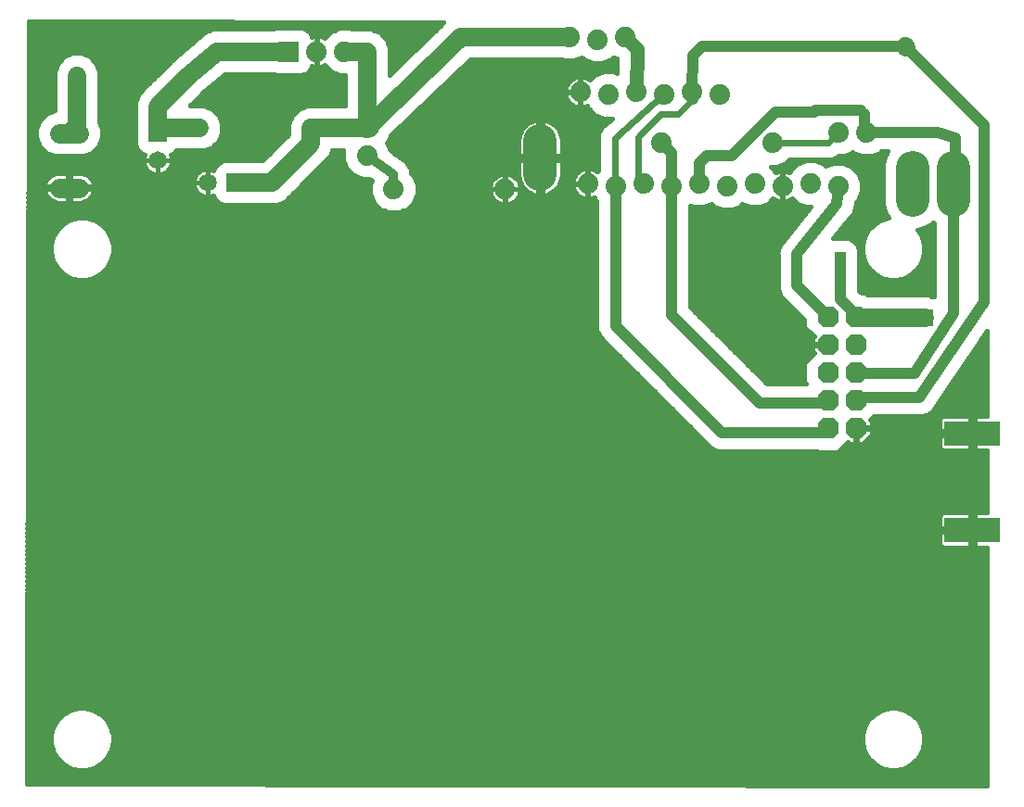
<source format=gbl>
G75*
%MOIN*%
%OFA0B0*%
%FSLAX24Y24*%
%IPPOS*%
%LPD*%
%AMOC8*
5,1,8,0,0,1.08239X$1,22.5*
%
%ADD10OC8,0.0760*%
%ADD11R,0.0650X0.0650*%
%ADD12C,0.0650*%
%ADD13C,0.0740*%
%ADD14C,0.0705*%
%ADD15C,0.1185*%
%ADD16R,0.2000X0.0900*%
%ADD17C,0.0660*%
%ADD18R,0.0740X0.0740*%
%ADD19C,0.0400*%
%ADD20C,0.0160*%
%ADD21R,0.0591X0.0591*%
%ADD22C,0.0660*%
%ADD23C,0.0240*%
%ADD24C,0.0320*%
%ADD25C,0.0500*%
%ADD26R,0.0396X0.0396*%
%ADD27C,0.0118*%
D10*
X029788Y014885D03*
X030788Y014885D03*
X030788Y015885D03*
X029788Y015885D03*
X029788Y016885D03*
X029788Y017885D03*
X029788Y018885D03*
X030788Y018885D03*
X030788Y017885D03*
X030788Y016885D03*
D11*
X008485Y023712D03*
X005694Y025515D03*
D12*
X005694Y024515D03*
X007485Y023712D03*
D13*
X013214Y024696D03*
X013214Y025696D03*
X014178Y023483D03*
X018178Y023483D03*
X021151Y023683D03*
X022151Y023583D03*
X023151Y023683D03*
X024151Y023583D03*
X025151Y023683D03*
X026151Y023583D03*
X027151Y023683D03*
X028151Y023583D03*
X029151Y023683D03*
X030151Y023583D03*
X030178Y025519D03*
X031178Y025519D03*
X027796Y025145D03*
X025887Y026875D03*
X024887Y026975D03*
X023887Y026875D03*
X022887Y026975D03*
X021887Y026875D03*
X020887Y026975D03*
X021505Y028858D03*
X020505Y028958D03*
X022505Y028958D03*
X023796Y025145D03*
X012411Y028436D03*
X011411Y028436D03*
D14*
X002869Y025503D02*
X002164Y025503D01*
X002164Y023534D02*
X002869Y023534D01*
D15*
X019442Y024025D02*
X019442Y025210D01*
X032828Y024265D02*
X032828Y023080D01*
X034285Y023080D02*
X034285Y024265D01*
D16*
X034967Y014704D03*
X034967Y011224D03*
D17*
X011206Y025680D03*
X007206Y025680D03*
X006796Y027570D03*
X002796Y027570D03*
D18*
X010411Y028436D03*
D19*
X013214Y025696D02*
X013316Y025680D01*
X005859Y025680D02*
X005694Y025515D01*
X022151Y023583D02*
X022151Y018562D01*
X025977Y014735D01*
X029639Y014735D01*
X029788Y014885D01*
X029702Y015798D02*
X027316Y015798D01*
X024151Y018964D01*
X024151Y023583D01*
X024151Y024790D01*
X023796Y025145D01*
X025151Y024420D02*
X025151Y023683D01*
X025151Y024420D02*
X025426Y024696D01*
X026332Y024696D01*
X027907Y026271D01*
X029285Y026271D01*
X029324Y026310D02*
X030977Y026310D01*
X031096Y026192D02*
X031096Y025601D01*
X031178Y025519D02*
X033737Y025519D01*
X034363Y025326D01*
X034363Y023672D01*
X034285Y023672D02*
X034285Y019027D01*
X032907Y016861D01*
X030812Y016861D01*
X030899Y015995D02*
X033064Y015995D01*
X035387Y019420D01*
X035387Y025798D01*
X032592Y028594D01*
X032552Y028633D02*
X025269Y028633D01*
X024926Y028290D01*
X024887Y026975D01*
X024926Y026716D01*
X022202Y023634D02*
X022151Y023583D01*
X028655Y021153D02*
X028655Y020019D01*
X029788Y018885D01*
X030229Y019538D02*
X030229Y021034D01*
X030229Y019538D02*
X030741Y019027D01*
X028655Y021153D02*
X030111Y022964D01*
X030151Y023583D01*
X030899Y015995D02*
X030788Y015885D01*
X029788Y015885D02*
X029702Y015798D01*
D20*
X001062Y029529D02*
X000986Y002104D01*
X035497Y002027D01*
X035497Y010594D01*
X035047Y010594D01*
X035047Y011144D01*
X034887Y011144D01*
X033787Y011144D01*
X033787Y010750D01*
X033800Y010704D01*
X033823Y010663D01*
X033857Y010630D01*
X033898Y010606D01*
X033944Y010594D01*
X034887Y010594D01*
X034887Y011144D01*
X034887Y011304D01*
X034887Y011854D01*
X033944Y011854D01*
X033898Y011841D01*
X033857Y011818D01*
X033823Y011784D01*
X033800Y011743D01*
X033787Y011697D01*
X033787Y011304D01*
X034887Y011304D01*
X035047Y011304D01*
X035047Y011854D01*
X035497Y011854D01*
X035497Y014074D01*
X035047Y014074D01*
X035047Y014624D01*
X034887Y014624D01*
X033787Y014624D01*
X033787Y014230D01*
X033800Y014184D01*
X033823Y014143D01*
X033857Y014110D01*
X033898Y014086D01*
X033944Y014074D01*
X034887Y014074D01*
X034887Y014624D01*
X034887Y014784D01*
X034887Y015334D01*
X033944Y015334D01*
X033898Y015321D01*
X033857Y015298D01*
X033823Y015264D01*
X033800Y015223D01*
X033787Y015177D01*
X033787Y014784D01*
X034887Y014784D01*
X035047Y014784D01*
X035047Y015334D01*
X035497Y015334D01*
X035497Y018383D01*
X033660Y015674D01*
X033635Y015613D01*
X033586Y015564D01*
X033546Y015506D01*
X033492Y015470D01*
X033446Y015424D01*
X033381Y015397D01*
X033323Y015359D01*
X033258Y015346D01*
X033198Y015321D01*
X033128Y015321D01*
X033059Y015308D01*
X032995Y015321D01*
X031432Y015321D01*
X031288Y015177D01*
X031348Y015117D01*
X031348Y014913D01*
X030817Y014913D01*
X030817Y014857D01*
X031348Y014857D01*
X031348Y014653D01*
X031020Y014325D01*
X030817Y014325D01*
X030817Y014857D01*
X030760Y014857D01*
X030760Y014325D01*
X030557Y014325D01*
X030496Y014385D01*
X030142Y014031D01*
X029435Y014031D01*
X029404Y014062D01*
X025843Y014062D01*
X025596Y014164D01*
X021769Y017991D01*
X021580Y018180D01*
X021477Y018428D01*
X021477Y023063D01*
X021435Y023105D01*
X021399Y023192D01*
X021362Y023173D01*
X021279Y023146D01*
X021194Y023133D01*
X021171Y023133D01*
X021171Y023663D01*
X021131Y023663D01*
X021131Y023133D01*
X021107Y023133D01*
X021022Y023146D01*
X020940Y023173D01*
X020862Y023212D01*
X020792Y023263D01*
X020731Y023325D01*
X020680Y023395D01*
X020641Y023472D01*
X020614Y023554D01*
X020601Y023640D01*
X020601Y023663D01*
X021131Y023663D01*
X021131Y023703D01*
X021131Y024233D01*
X021107Y024233D01*
X021022Y024219D01*
X020940Y024193D01*
X020862Y024153D01*
X020792Y024102D01*
X020731Y024041D01*
X020680Y023971D01*
X020641Y023894D01*
X020614Y023812D01*
X020601Y023726D01*
X020601Y023703D01*
X021131Y023703D01*
X021171Y023703D01*
X021171Y024233D01*
X021194Y024233D01*
X021279Y024219D01*
X021362Y024193D01*
X021439Y024153D01*
X021490Y024116D01*
X021525Y024151D01*
X021525Y025226D01*
X021519Y025243D01*
X021525Y025343D01*
X021525Y025444D01*
X021532Y025461D01*
X021534Y025479D01*
X021577Y025569D01*
X021616Y025662D01*
X021629Y025675D01*
X021637Y025691D01*
X021712Y025758D01*
X021783Y025829D01*
X021800Y025836D01*
X022020Y026032D01*
X021719Y026032D01*
X021409Y026160D01*
X021172Y026397D01*
X021135Y026485D01*
X021098Y026466D01*
X021016Y026439D01*
X020930Y026425D01*
X020907Y026425D01*
X020907Y026955D01*
X020867Y026955D01*
X020867Y026425D01*
X020844Y026425D01*
X020758Y026439D01*
X020676Y026466D01*
X020599Y026505D01*
X020529Y026556D01*
X020467Y026617D01*
X020416Y026687D01*
X020377Y026764D01*
X020350Y026847D01*
X020337Y026932D01*
X020337Y026955D01*
X020867Y026955D01*
X020867Y026995D01*
X020337Y026995D01*
X020337Y027019D01*
X020350Y027104D01*
X020377Y027187D01*
X020416Y027264D01*
X020467Y027334D01*
X020529Y027395D01*
X020599Y027446D01*
X020676Y027485D01*
X020758Y027512D01*
X020844Y027525D01*
X020867Y027525D01*
X020867Y026995D01*
X020907Y026995D01*
X020907Y027525D01*
X020930Y027525D01*
X021016Y027512D01*
X021098Y027485D01*
X021175Y027446D01*
X021227Y027408D01*
X021409Y027591D01*
X021719Y027719D01*
X022055Y027719D01*
X022180Y027667D01*
X022193Y028174D01*
X022067Y028227D01*
X021983Y028143D01*
X021673Y028015D01*
X021337Y028015D01*
X021027Y028143D01*
X020943Y028227D01*
X020673Y028115D01*
X020337Y028115D01*
X020241Y028155D01*
X016919Y028155D01*
X014074Y025409D01*
X013997Y025225D01*
X013934Y025161D01*
X014052Y024875D01*
X014488Y024565D01*
X014537Y024544D01*
X014589Y024492D01*
X014649Y024449D01*
X018670Y024449D01*
X018670Y024537D02*
X018670Y023974D01*
X018683Y023874D01*
X018709Y023776D01*
X018748Y023682D01*
X018798Y023595D01*
X018860Y023514D01*
X018932Y023443D01*
X019012Y023381D01*
X019100Y023330D01*
X019193Y023292D01*
X019291Y023265D01*
X019362Y023256D01*
X019362Y024537D01*
X019522Y024537D01*
X019522Y023256D01*
X019593Y023265D01*
X019691Y023292D01*
X019784Y023330D01*
X019872Y023381D01*
X019952Y023443D01*
X020024Y023514D01*
X020086Y023595D01*
X020136Y023682D01*
X020175Y023776D01*
X020201Y023874D01*
X020215Y023974D01*
X020215Y024537D01*
X019522Y024537D01*
X019522Y024697D01*
X020215Y024697D01*
X020215Y025260D01*
X020201Y025361D01*
X020175Y025458D01*
X020136Y025552D01*
X020086Y025640D01*
X020024Y025720D01*
X019952Y025792D01*
X019872Y025853D01*
X019784Y025904D01*
X019691Y025943D01*
X019593Y025969D01*
X019522Y025978D01*
X019522Y024697D01*
X019362Y024697D01*
X019362Y024537D01*
X018670Y024537D01*
X018670Y024697D02*
X019362Y024697D01*
X019362Y025978D01*
X019291Y025969D01*
X019193Y025943D01*
X019100Y025904D01*
X019012Y025853D01*
X018932Y025792D01*
X018860Y025720D01*
X018798Y025640D01*
X018748Y025552D01*
X018709Y025458D01*
X018683Y025361D01*
X018670Y025260D01*
X018670Y024697D01*
X018670Y024766D02*
X014206Y024766D01*
X014032Y024925D02*
X018670Y024925D01*
X018670Y025083D02*
X013967Y025083D01*
X014004Y025242D02*
X018670Y025242D01*
X018693Y025400D02*
X014070Y025400D01*
X014229Y025559D02*
X018751Y025559D01*
X018858Y025717D02*
X014393Y025717D01*
X014557Y025876D02*
X019050Y025876D01*
X019362Y025876D02*
X019522Y025876D01*
X019522Y025717D02*
X019362Y025717D01*
X019362Y025559D02*
X019522Y025559D01*
X019522Y025400D02*
X019362Y025400D01*
X019362Y025242D02*
X019522Y025242D01*
X019522Y025083D02*
X019362Y025083D01*
X019362Y024925D02*
X019522Y024925D01*
X019522Y024766D02*
X019362Y024766D01*
X019362Y024608D02*
X014428Y024608D01*
X014649Y024449D02*
X014678Y024404D01*
X014715Y024366D01*
X014744Y024298D01*
X014783Y024235D01*
X014791Y024182D01*
X014812Y024133D01*
X014812Y024059D01*
X014815Y024039D01*
X014893Y023961D01*
X015022Y023651D01*
X015022Y023315D01*
X014893Y023005D01*
X014656Y022768D01*
X014346Y022640D01*
X014010Y022640D01*
X013700Y022768D01*
X013463Y023005D01*
X013335Y023315D01*
X013335Y023651D01*
X013392Y023790D01*
X013305Y023852D01*
X013046Y023852D01*
X012736Y023981D01*
X012498Y024218D01*
X012370Y024528D01*
X012370Y024864D01*
X012375Y024876D01*
X011974Y024876D01*
X011887Y024666D01*
X011661Y024440D01*
X010252Y023030D01*
X009956Y022908D01*
X008325Y022908D01*
X008313Y022913D01*
X008066Y022913D01*
X007892Y022985D01*
X007759Y023118D01*
X007702Y023255D01*
X007679Y023244D01*
X007604Y023219D01*
X007525Y023207D01*
X007485Y023207D01*
X007485Y023712D01*
X007485Y024217D01*
X007446Y024217D01*
X007367Y024204D01*
X007291Y024180D01*
X007221Y024144D01*
X007156Y024097D01*
X007100Y024041D01*
X007053Y023976D01*
X007017Y023905D01*
X006993Y023830D01*
X006980Y023751D01*
X006980Y023712D01*
X007485Y023712D01*
X007485Y023712D01*
X007485Y023712D01*
X007485Y024217D01*
X007525Y024217D01*
X007604Y024204D01*
X007679Y024180D01*
X007702Y024168D01*
X007759Y024305D01*
X007892Y024438D01*
X008066Y024510D01*
X008313Y024510D01*
X008325Y024515D01*
X009463Y024515D01*
X010402Y025454D01*
X010402Y025840D01*
X010524Y026135D01*
X010751Y026361D01*
X011046Y026484D01*
X012414Y026484D01*
X012421Y027592D01*
X012243Y027592D01*
X011933Y027721D01*
X011695Y027958D01*
X011693Y027963D01*
X011622Y027926D01*
X011539Y027900D01*
X011454Y027886D01*
X011429Y027886D01*
X011429Y028418D01*
X011392Y028418D01*
X011392Y027886D01*
X011367Y027886D01*
X011282Y027900D01*
X011231Y027916D01*
X011182Y027798D01*
X011049Y027664D01*
X010875Y027592D01*
X009946Y027592D01*
X009850Y027632D01*
X008114Y027632D01*
X007341Y026978D01*
X007252Y026889D01*
X007252Y026889D01*
X006847Y026484D01*
X007366Y026484D01*
X007661Y026361D01*
X007887Y026135D01*
X008009Y025840D01*
X008009Y025520D01*
X007887Y025225D01*
X007661Y024999D01*
X007366Y024876D01*
X006376Y024876D01*
X006287Y024788D01*
X006150Y024731D01*
X006162Y024709D01*
X006187Y024633D01*
X006199Y024555D01*
X006199Y024515D01*
X005694Y024515D01*
X005694Y024515D01*
X005694Y024515D01*
X005189Y024515D01*
X005189Y024555D01*
X005201Y024633D01*
X005226Y024709D01*
X005238Y024731D01*
X005101Y024788D01*
X004967Y024921D01*
X004895Y025096D01*
X004895Y025343D01*
X004890Y025355D01*
X004890Y026627D01*
X005013Y026923D01*
X005239Y027149D01*
X006115Y028025D01*
X006115Y028025D01*
X006139Y028050D01*
X006155Y028080D01*
X006252Y028162D01*
X006341Y028251D01*
X006373Y028264D01*
X007275Y029028D01*
X007365Y029117D01*
X007397Y029131D01*
X007423Y029153D01*
X007543Y029191D01*
X007660Y029240D01*
X007695Y029240D01*
X007727Y029250D01*
X007853Y029240D01*
X009850Y029240D01*
X009946Y029280D01*
X010875Y029280D01*
X011049Y029208D01*
X011182Y029074D01*
X011231Y028956D01*
X011282Y028972D01*
X011367Y028986D01*
X011392Y028986D01*
X011392Y028454D01*
X011429Y028454D01*
X011429Y028986D01*
X011454Y028986D01*
X011539Y028972D01*
X011622Y028946D01*
X011693Y028909D01*
X011695Y028914D01*
X011933Y029151D01*
X012243Y029280D01*
X012578Y029280D01*
X012675Y029240D01*
X013072Y029240D01*
X013074Y029241D01*
X013232Y029240D01*
X013389Y029240D01*
X013391Y029239D01*
X013394Y029239D01*
X013539Y029178D01*
X013685Y029117D01*
X013686Y029116D01*
X013689Y029115D01*
X013799Y029003D01*
X013911Y028891D01*
X013912Y028889D01*
X013913Y028887D01*
X015363Y028887D01*
X015199Y028729D02*
X013978Y028729D01*
X013973Y028741D02*
X013913Y028887D01*
X013973Y028741D02*
X014033Y028596D01*
X014033Y028593D01*
X014034Y028591D01*
X014033Y028434D01*
X014033Y028276D01*
X014032Y028274D01*
X014028Y027599D01*
X015977Y029479D01*
X001062Y029529D01*
X001062Y029521D02*
X003515Y029521D01*
X002956Y028374D02*
X002636Y028374D01*
X002341Y028251D01*
X002115Y028025D01*
X001993Y027730D01*
X001993Y026326D01*
X001696Y026203D01*
X001464Y025971D01*
X001338Y025667D01*
X001338Y025339D01*
X001464Y025035D01*
X001696Y024803D01*
X002000Y024677D01*
X003034Y024677D01*
X003337Y024803D01*
X003570Y025035D01*
X003696Y025339D01*
X003696Y025667D01*
X003600Y025898D01*
X003600Y027410D01*
X003600Y027730D01*
X003478Y028025D01*
X003252Y028251D01*
X002956Y028374D01*
X003247Y028253D02*
X006345Y028253D01*
X006172Y028095D02*
X003408Y028095D01*
X003515Y027936D02*
X006026Y027936D01*
X005867Y027778D02*
X003580Y027778D01*
X003600Y027619D02*
X005709Y027619D01*
X005550Y027461D02*
X003600Y027461D01*
X003600Y027302D02*
X005392Y027302D01*
X005233Y027144D02*
X003600Y027144D01*
X003600Y026985D02*
X005075Y026985D01*
X004973Y026827D02*
X003600Y026827D01*
X003600Y026668D02*
X004907Y026668D01*
X004890Y026510D02*
X003600Y026510D01*
X003600Y026351D02*
X004890Y026351D01*
X004890Y026193D02*
X003600Y026193D01*
X003600Y026034D02*
X004890Y026034D01*
X004890Y025876D02*
X003609Y025876D01*
X003675Y025717D02*
X004890Y025717D01*
X004890Y025559D02*
X003696Y025559D01*
X003696Y025400D02*
X004890Y025400D01*
X004895Y025242D02*
X003655Y025242D01*
X003590Y025083D02*
X004900Y025083D01*
X004966Y024925D02*
X003459Y024925D01*
X003249Y024766D02*
X005154Y024766D01*
X005197Y024608D02*
X001049Y024608D01*
X001049Y024766D02*
X001784Y024766D01*
X001574Y024925D02*
X001050Y024925D01*
X001050Y025083D02*
X001444Y025083D01*
X001378Y025242D02*
X001051Y025242D01*
X001051Y025400D02*
X001338Y025400D01*
X001338Y025559D02*
X001051Y025559D01*
X001052Y025717D02*
X001359Y025717D01*
X001424Y025876D02*
X001052Y025876D01*
X001053Y026034D02*
X001527Y026034D01*
X001685Y026193D02*
X001053Y026193D01*
X001054Y026351D02*
X001993Y026351D01*
X001993Y026510D02*
X001054Y026510D01*
X001054Y026668D02*
X001993Y026668D01*
X001993Y026827D02*
X001055Y026827D01*
X001055Y026985D02*
X001993Y026985D01*
X001993Y027144D02*
X001056Y027144D01*
X001056Y027302D02*
X001993Y027302D01*
X001993Y027461D02*
X001057Y027461D01*
X001057Y027619D02*
X001993Y027619D01*
X002012Y027778D02*
X001058Y027778D01*
X001058Y027936D02*
X002078Y027936D01*
X002184Y028095D02*
X001058Y028095D01*
X001059Y028253D02*
X002345Y028253D01*
X001059Y028412D02*
X006547Y028412D01*
X006734Y028570D02*
X001060Y028570D01*
X001060Y028729D02*
X006921Y028729D01*
X007109Y028887D02*
X001061Y028887D01*
X001061Y029046D02*
X007293Y029046D01*
X007574Y029204D02*
X001062Y029204D01*
X001062Y029363D02*
X015856Y029363D01*
X015692Y029204D02*
X013476Y029204D01*
X013757Y029046D02*
X015528Y029046D01*
X015035Y028570D02*
X014034Y028570D01*
X014033Y028412D02*
X014871Y028412D01*
X014706Y028253D02*
X014032Y028253D01*
X014031Y028095D02*
X014542Y028095D01*
X014378Y027936D02*
X014030Y027936D01*
X014029Y027778D02*
X014214Y027778D01*
X014049Y027619D02*
X014028Y027619D01*
X015379Y026668D02*
X020430Y026668D01*
X020357Y026827D02*
X015543Y026827D01*
X015707Y026985D02*
X020867Y026985D01*
X020867Y026827D02*
X020907Y026827D01*
X020907Y026668D02*
X020867Y026668D01*
X020867Y026510D02*
X020907Y026510D01*
X020592Y026510D02*
X015214Y026510D01*
X015050Y026351D02*
X021218Y026351D01*
X021377Y026193D02*
X014886Y026193D01*
X014722Y026034D02*
X021713Y026034D01*
X021844Y025876D02*
X019834Y025876D01*
X020026Y025717D02*
X021666Y025717D01*
X021572Y025559D02*
X020133Y025559D01*
X020191Y025400D02*
X021525Y025400D01*
X021520Y025242D02*
X020215Y025242D01*
X020215Y025083D02*
X021525Y025083D01*
X021525Y024925D02*
X020215Y024925D01*
X020215Y024766D02*
X021525Y024766D01*
X021525Y024608D02*
X019522Y024608D01*
X019522Y024449D02*
X019362Y024449D01*
X019362Y024291D02*
X019522Y024291D01*
X019522Y024132D02*
X019362Y024132D01*
X019362Y023974D02*
X019522Y023974D01*
X019522Y023815D02*
X019362Y023815D01*
X019362Y023657D02*
X019522Y023657D01*
X019522Y023498D02*
X019362Y023498D01*
X019362Y023340D02*
X019522Y023340D01*
X019800Y023340D02*
X020720Y023340D01*
X020632Y023498D02*
X020008Y023498D01*
X020121Y023657D02*
X020601Y023657D01*
X020615Y023815D02*
X020186Y023815D01*
X020214Y023974D02*
X020682Y023974D01*
X020833Y024132D02*
X020215Y024132D01*
X020215Y024291D02*
X021525Y024291D01*
X021525Y024449D02*
X020215Y024449D01*
X021131Y024132D02*
X021171Y024132D01*
X021171Y023974D02*
X021131Y023974D01*
X021131Y023815D02*
X021171Y023815D01*
X021171Y023657D02*
X021131Y023657D01*
X021131Y023498D02*
X021171Y023498D01*
X021171Y023340D02*
X021131Y023340D01*
X021131Y023181D02*
X021171Y023181D01*
X021377Y023181D02*
X021404Y023181D01*
X021477Y023023D02*
X018480Y023023D01*
X018466Y023013D02*
X018537Y023064D01*
X018598Y023125D01*
X018649Y023195D01*
X018688Y023272D01*
X018715Y023354D01*
X018728Y023440D01*
X018728Y023475D01*
X018187Y023475D01*
X018187Y023492D01*
X018728Y023492D01*
X018728Y023527D01*
X018715Y023612D01*
X018688Y023694D01*
X018649Y023772D01*
X018598Y023842D01*
X018537Y023903D01*
X018466Y023954D01*
X018389Y023993D01*
X018307Y024020D01*
X018222Y024033D01*
X018187Y024033D01*
X018187Y023492D01*
X018170Y023492D01*
X018170Y024033D01*
X018135Y024033D01*
X018049Y024020D01*
X017967Y023993D01*
X017890Y023954D01*
X017820Y023903D01*
X017759Y023842D01*
X017708Y023772D01*
X017669Y023694D01*
X017642Y023612D01*
X017628Y023527D01*
X017628Y023492D01*
X018170Y023492D01*
X018170Y023475D01*
X018187Y023475D01*
X018187Y022933D01*
X018222Y022933D01*
X018307Y022947D01*
X018389Y022974D01*
X018466Y023013D01*
X018638Y023181D02*
X020924Y023181D01*
X021477Y022864D02*
X014752Y022864D01*
X014901Y023023D02*
X017877Y023023D01*
X017890Y023013D02*
X017967Y022974D01*
X018049Y022947D01*
X018135Y022933D01*
X018170Y022933D01*
X018170Y023475D01*
X017628Y023475D01*
X017628Y023440D01*
X017642Y023354D01*
X017669Y023272D01*
X017708Y023195D01*
X017759Y023125D01*
X017820Y023064D01*
X017890Y023013D01*
X017718Y023181D02*
X014966Y023181D01*
X015022Y023340D02*
X017647Y023340D01*
X017628Y023498D02*
X015022Y023498D01*
X015020Y023657D02*
X017656Y023657D01*
X017739Y023815D02*
X014954Y023815D01*
X014881Y023974D02*
X017929Y023974D01*
X018170Y023974D02*
X018187Y023974D01*
X018170Y023815D02*
X018187Y023815D01*
X018170Y023657D02*
X018187Y023657D01*
X018170Y023498D02*
X018187Y023498D01*
X018170Y023340D02*
X018187Y023340D01*
X018170Y023181D02*
X018187Y023181D01*
X018170Y023023D02*
X018187Y023023D01*
X018710Y023340D02*
X019084Y023340D01*
X018876Y023498D02*
X018728Y023498D01*
X018700Y023657D02*
X018763Y023657D01*
X018698Y023815D02*
X018617Y023815D01*
X018670Y023974D02*
X018428Y023974D01*
X018670Y024132D02*
X014812Y024132D01*
X014748Y024291D02*
X018670Y024291D01*
X021468Y024132D02*
X021507Y024132D01*
X021477Y022706D02*
X014505Y022706D01*
X013851Y022706D02*
X001043Y022706D01*
X001044Y022864D02*
X013604Y022864D01*
X013456Y023023D02*
X010233Y023023D01*
X010402Y023181D02*
X013390Y023181D01*
X013335Y023340D02*
X010561Y023340D01*
X010719Y023498D02*
X013335Y023498D01*
X013337Y023657D02*
X010878Y023657D01*
X011036Y023815D02*
X013357Y023815D01*
X012753Y023974D02*
X011195Y023974D01*
X011353Y024132D02*
X012584Y024132D01*
X012468Y024291D02*
X011512Y024291D01*
X011670Y024449D02*
X012403Y024449D01*
X012370Y024608D02*
X011829Y024608D01*
X011929Y024766D02*
X012370Y024766D01*
X012415Y026510D02*
X006873Y026510D01*
X007031Y026668D02*
X012416Y026668D01*
X012416Y026827D02*
X007190Y026827D01*
X007349Y026985D02*
X012417Y026985D01*
X012418Y027144D02*
X007537Y027144D01*
X007724Y027302D02*
X012419Y027302D01*
X012420Y027461D02*
X007911Y027461D01*
X008099Y027619D02*
X009882Y027619D01*
X010939Y027619D02*
X012178Y027619D01*
X011876Y027778D02*
X011162Y027778D01*
X011392Y027936D02*
X011429Y027936D01*
X011429Y028095D02*
X011392Y028095D01*
X011392Y028253D02*
X011429Y028253D01*
X011429Y028412D02*
X011392Y028412D01*
X011392Y028570D02*
X011429Y028570D01*
X011429Y028729D02*
X011392Y028729D01*
X011392Y028887D02*
X011429Y028887D01*
X011194Y029046D02*
X011827Y029046D01*
X012060Y029204D02*
X011052Y029204D01*
X011641Y027936D02*
X011717Y027936D01*
X010740Y026351D02*
X007671Y026351D01*
X007830Y026193D02*
X010582Y026193D01*
X010482Y026034D02*
X007929Y026034D01*
X007995Y025876D02*
X010417Y025876D01*
X010402Y025717D02*
X008009Y025717D01*
X008009Y025559D02*
X010402Y025559D01*
X010348Y025400D02*
X007960Y025400D01*
X007894Y025242D02*
X010190Y025242D01*
X010031Y025083D02*
X007745Y025083D01*
X007482Y024925D02*
X009873Y024925D01*
X009714Y024766D02*
X006234Y024766D01*
X006191Y024608D02*
X009556Y024608D01*
X007918Y024449D02*
X006195Y024449D01*
X006199Y024475D02*
X006199Y024515D01*
X005694Y024515D01*
X005189Y024515D01*
X005189Y024475D01*
X005201Y024397D01*
X005226Y024321D01*
X005262Y024250D01*
X005309Y024186D01*
X005365Y024130D01*
X005429Y024083D01*
X005500Y024047D01*
X005576Y024022D01*
X005654Y024010D01*
X005694Y024010D01*
X005734Y024010D01*
X005812Y024022D01*
X005888Y024047D01*
X005959Y024083D01*
X006023Y024130D01*
X006079Y024186D01*
X006126Y024250D01*
X006162Y024321D01*
X006187Y024397D01*
X006199Y024475D01*
X006146Y024291D02*
X007753Y024291D01*
X007485Y024132D02*
X007485Y024132D01*
X007485Y023974D02*
X007485Y023974D01*
X007485Y023815D02*
X007485Y023815D01*
X007485Y023712D02*
X006980Y023712D01*
X006980Y023672D01*
X006993Y023593D01*
X007017Y023518D01*
X007053Y023447D01*
X007100Y023383D01*
X007156Y023326D01*
X007221Y023280D01*
X007291Y023244D01*
X007367Y023219D01*
X007446Y023207D01*
X007485Y023207D01*
X007485Y023712D01*
X007485Y023712D01*
X007485Y023657D02*
X007485Y023657D01*
X007485Y023498D02*
X007485Y023498D01*
X007485Y023340D02*
X007485Y023340D01*
X007733Y023181D02*
X003269Y023181D01*
X003275Y023188D02*
X003325Y023255D01*
X003363Y023330D01*
X003389Y023410D01*
X003402Y023493D01*
X003402Y023497D01*
X002554Y023497D01*
X002554Y023002D01*
X002911Y023002D01*
X002994Y023015D01*
X003074Y023041D01*
X003148Y023079D01*
X003216Y023128D01*
X003275Y023188D01*
X003366Y023340D02*
X007143Y023340D01*
X007027Y023498D02*
X002554Y023498D01*
X002554Y023497D02*
X002554Y023572D01*
X002479Y023572D01*
X002479Y023497D01*
X001632Y023497D01*
X001632Y023493D01*
X001645Y023410D01*
X001671Y023330D01*
X001709Y023255D01*
X001758Y023188D01*
X001817Y023128D01*
X001885Y023079D01*
X001960Y023041D01*
X002040Y023015D01*
X002122Y023002D01*
X002479Y023002D01*
X002479Y023497D01*
X002554Y023497D01*
X002479Y023498D02*
X001046Y023498D01*
X001045Y023340D02*
X001668Y023340D01*
X001765Y023181D02*
X001045Y023181D01*
X001044Y023023D02*
X002017Y023023D01*
X002479Y023023D02*
X002554Y023023D01*
X002554Y023181D02*
X002479Y023181D01*
X002479Y023340D02*
X002554Y023340D01*
X002554Y023572D02*
X003402Y023572D01*
X003402Y023576D01*
X003389Y023659D01*
X003363Y023739D01*
X003325Y023814D01*
X003275Y023881D01*
X003216Y023941D01*
X003148Y023990D01*
X003074Y024028D01*
X002994Y024054D01*
X002911Y024067D01*
X002554Y024067D01*
X002554Y023572D01*
X002479Y023572D02*
X002479Y024067D01*
X002122Y024067D01*
X002040Y024054D01*
X001960Y024028D01*
X001885Y023990D01*
X001817Y023941D01*
X001758Y023881D01*
X001709Y023814D01*
X001671Y023739D01*
X001645Y023659D01*
X001632Y023576D01*
X001632Y023572D01*
X002479Y023572D01*
X002479Y023657D02*
X002554Y023657D01*
X002554Y023815D02*
X002479Y023815D01*
X002479Y023974D02*
X002554Y023974D01*
X003171Y023974D02*
X007052Y023974D01*
X006990Y023815D02*
X003324Y023815D01*
X003389Y023657D02*
X006983Y023657D01*
X007205Y024132D02*
X006025Y024132D01*
X005694Y024132D02*
X005694Y024132D01*
X005694Y024010D02*
X005694Y024515D01*
X005694Y024515D01*
X005694Y024010D01*
X005694Y024291D02*
X005694Y024291D01*
X005694Y024449D02*
X005694Y024449D01*
X005363Y024132D02*
X001047Y024132D01*
X001047Y023974D02*
X001863Y023974D01*
X001710Y023815D02*
X001047Y023815D01*
X001046Y023657D02*
X001645Y023657D01*
X001048Y024291D02*
X005241Y024291D01*
X005193Y024449D02*
X001048Y024449D01*
X003017Y023023D02*
X007854Y023023D01*
X004008Y021766D02*
X004083Y021484D01*
X004083Y021191D01*
X004008Y020909D01*
X003862Y020656D01*
X003655Y020449D01*
X003402Y020303D01*
X003120Y020228D01*
X002827Y020228D01*
X002545Y020303D01*
X002292Y020449D01*
X002085Y020656D01*
X001939Y020909D01*
X001864Y021191D01*
X001864Y021484D01*
X001939Y021766D01*
X002085Y022019D01*
X002292Y022226D01*
X002545Y022372D01*
X002827Y022448D01*
X003120Y022448D01*
X003402Y022372D01*
X003655Y022226D01*
X003862Y022019D01*
X004008Y021766D01*
X004011Y021755D02*
X021477Y021755D01*
X021477Y021913D02*
X003923Y021913D01*
X003809Y022072D02*
X021477Y022072D01*
X021477Y022230D02*
X003648Y022230D01*
X003340Y022389D02*
X021477Y022389D01*
X021477Y022547D02*
X001043Y022547D01*
X001043Y022389D02*
X002607Y022389D01*
X002299Y022230D02*
X001042Y022230D01*
X001042Y022072D02*
X002138Y022072D01*
X002024Y021913D02*
X001041Y021913D01*
X001041Y021755D02*
X001936Y021755D01*
X001894Y021596D02*
X001040Y021596D01*
X001040Y021438D02*
X001864Y021438D01*
X001864Y021279D02*
X001040Y021279D01*
X001039Y021121D02*
X001883Y021121D01*
X001925Y020962D02*
X001039Y020962D01*
X001038Y020804D02*
X002000Y020804D01*
X002096Y020645D02*
X001038Y020645D01*
X001037Y020487D02*
X002255Y020487D01*
X002502Y020328D02*
X001037Y020328D01*
X001036Y020170D02*
X021477Y020170D01*
X021477Y020328D02*
X003445Y020328D01*
X003692Y020487D02*
X021477Y020487D01*
X021477Y020645D02*
X003851Y020645D01*
X003947Y020804D02*
X021477Y020804D01*
X021477Y020962D02*
X004022Y020962D01*
X004064Y021121D02*
X021477Y021121D01*
X021477Y021279D02*
X004083Y021279D01*
X004083Y021438D02*
X021477Y021438D01*
X021477Y021596D02*
X004053Y021596D01*
X001036Y020011D02*
X021477Y020011D01*
X021477Y019853D02*
X001036Y019853D01*
X001035Y019694D02*
X021477Y019694D01*
X021477Y019536D02*
X001035Y019536D01*
X001034Y019377D02*
X021477Y019377D01*
X021477Y019219D02*
X001034Y019219D01*
X001033Y019060D02*
X021477Y019060D01*
X021477Y018902D02*
X001033Y018902D01*
X001032Y018743D02*
X021477Y018743D01*
X021477Y018585D02*
X001032Y018585D01*
X001032Y018426D02*
X021478Y018426D01*
X021543Y018268D02*
X001031Y018268D01*
X001031Y018109D02*
X021651Y018109D01*
X021809Y017951D02*
X001030Y017951D01*
X001030Y017792D02*
X021968Y017792D01*
X022126Y017634D02*
X001029Y017634D01*
X001029Y017475D02*
X022285Y017475D01*
X022443Y017317D02*
X001029Y017317D01*
X001028Y017158D02*
X022602Y017158D01*
X022760Y017000D02*
X001028Y017000D01*
X001027Y016841D02*
X022919Y016841D01*
X023077Y016683D02*
X001027Y016683D01*
X001026Y016524D02*
X023236Y016524D01*
X023394Y016366D02*
X001026Y016366D01*
X001025Y016207D02*
X023553Y016207D01*
X023711Y016049D02*
X001025Y016049D01*
X001025Y015890D02*
X023870Y015890D01*
X024028Y015732D02*
X001024Y015732D01*
X001024Y015573D02*
X024187Y015573D01*
X024345Y015415D02*
X001023Y015415D01*
X001023Y015256D02*
X024504Y015256D01*
X024662Y015098D02*
X001022Y015098D01*
X001022Y014939D02*
X024821Y014939D01*
X024979Y014781D02*
X001021Y014781D01*
X001021Y014622D02*
X025138Y014622D01*
X025296Y014464D02*
X001021Y014464D01*
X001020Y014305D02*
X025455Y014305D01*
X025638Y014147D02*
X001020Y014147D01*
X001019Y013988D02*
X035497Y013988D01*
X035497Y013830D02*
X001019Y013830D01*
X001018Y013671D02*
X035497Y013671D01*
X035497Y013513D02*
X001018Y013513D01*
X001018Y013354D02*
X035497Y013354D01*
X035497Y013196D02*
X001017Y013196D01*
X001017Y013037D02*
X035497Y013037D01*
X035497Y012879D02*
X001016Y012879D01*
X001016Y012720D02*
X035497Y012720D01*
X035497Y012562D02*
X001015Y012562D01*
X001015Y012403D02*
X035497Y012403D01*
X035497Y012245D02*
X001014Y012245D01*
X001014Y012086D02*
X035497Y012086D01*
X035497Y011928D02*
X001014Y011928D01*
X001013Y011769D02*
X033815Y011769D01*
X033787Y011611D02*
X001013Y011611D01*
X001012Y011452D02*
X033787Y011452D01*
X033787Y011135D02*
X001011Y011135D01*
X001011Y010977D02*
X033787Y010977D01*
X033787Y010818D02*
X001011Y010818D01*
X001010Y010660D02*
X033827Y010660D01*
X034887Y010660D02*
X035047Y010660D01*
X035047Y010818D02*
X034887Y010818D01*
X034887Y010977D02*
X035047Y010977D01*
X035047Y011135D02*
X034887Y011135D01*
X034887Y011294D02*
X001012Y011294D01*
X001010Y010501D02*
X035497Y010501D01*
X035497Y010343D02*
X001009Y010343D01*
X001009Y010184D02*
X035497Y010184D01*
X035497Y010026D02*
X001008Y010026D01*
X001008Y009867D02*
X035497Y009867D01*
X035497Y009709D02*
X001007Y009709D01*
X001007Y009550D02*
X035497Y009550D01*
X035497Y009392D02*
X001007Y009392D01*
X001006Y009233D02*
X035497Y009233D01*
X035497Y009075D02*
X001006Y009075D01*
X001005Y008916D02*
X035497Y008916D01*
X035497Y008758D02*
X001005Y008758D01*
X001004Y008599D02*
X035497Y008599D01*
X035497Y008441D02*
X001004Y008441D01*
X001003Y008282D02*
X035497Y008282D01*
X035497Y008124D02*
X001003Y008124D01*
X001003Y007965D02*
X035497Y007965D01*
X035497Y007807D02*
X001002Y007807D01*
X001002Y007648D02*
X035497Y007648D01*
X035497Y007490D02*
X001001Y007490D01*
X001001Y007331D02*
X035497Y007331D01*
X035497Y007173D02*
X001000Y007173D01*
X001000Y007014D02*
X035497Y007014D01*
X035497Y006856D02*
X001000Y006856D01*
X000999Y006697D02*
X035497Y006697D01*
X035497Y006539D02*
X000999Y006539D01*
X000998Y006380D02*
X035497Y006380D01*
X035497Y006222D02*
X000998Y006222D01*
X000997Y006063D02*
X035497Y006063D01*
X035497Y005905D02*
X000997Y005905D01*
X000996Y005746D02*
X035497Y005746D01*
X035497Y005588D02*
X000996Y005588D01*
X000996Y005429D02*
X035497Y005429D01*
X035497Y005271D02*
X000995Y005271D01*
X000995Y005112D02*
X035497Y005112D01*
X035497Y004954D02*
X000994Y004954D01*
X000994Y004795D02*
X002772Y004795D01*
X002827Y004810D02*
X002545Y004734D01*
X002292Y004588D01*
X002085Y004381D01*
X001939Y004128D01*
X001864Y003846D01*
X001864Y003554D01*
X001939Y003271D01*
X002085Y003018D01*
X002292Y002812D01*
X002545Y002666D01*
X002827Y002590D01*
X003120Y002590D01*
X003402Y002666D01*
X003655Y002812D01*
X003862Y003018D01*
X004008Y003271D01*
X004083Y003554D01*
X004083Y003846D01*
X004008Y004128D01*
X003862Y004381D01*
X003655Y004588D01*
X003402Y004734D01*
X003120Y004810D01*
X002827Y004810D01*
X003175Y004795D02*
X031926Y004795D01*
X031981Y004810D02*
X031699Y004734D01*
X031446Y004588D01*
X031239Y004381D01*
X031093Y004128D01*
X031017Y003846D01*
X031017Y003554D01*
X031093Y003271D01*
X031239Y003018D01*
X031446Y002812D01*
X031699Y002666D01*
X031981Y002590D01*
X032273Y002590D01*
X032555Y002666D01*
X032809Y002812D01*
X033015Y003018D01*
X033161Y003271D01*
X033237Y003554D01*
X033237Y003846D01*
X033161Y004128D01*
X033015Y004381D01*
X032809Y004588D01*
X032555Y004734D01*
X032273Y004810D01*
X031981Y004810D01*
X032328Y004795D02*
X035497Y004795D01*
X035497Y004637D02*
X032724Y004637D01*
X032919Y004478D02*
X035497Y004478D01*
X035497Y004320D02*
X033051Y004320D01*
X033142Y004161D02*
X035497Y004161D01*
X035497Y004003D02*
X033195Y004003D01*
X033237Y003844D02*
X035497Y003844D01*
X035497Y003686D02*
X033237Y003686D01*
X033230Y003527D02*
X035497Y003527D01*
X035497Y003369D02*
X033187Y003369D01*
X033126Y003210D02*
X035497Y003210D01*
X035497Y003052D02*
X033034Y003052D01*
X032890Y002893D02*
X035497Y002893D01*
X035497Y002735D02*
X032675Y002735D01*
X031579Y002735D02*
X003521Y002735D01*
X003736Y002893D02*
X031364Y002893D01*
X031220Y003052D02*
X003881Y003052D01*
X003972Y003210D02*
X031128Y003210D01*
X031067Y003369D02*
X004034Y003369D01*
X004076Y003527D02*
X031024Y003527D01*
X031017Y003686D02*
X004083Y003686D01*
X004083Y003844D02*
X031017Y003844D01*
X031059Y004003D02*
X004041Y004003D01*
X003989Y004161D02*
X031112Y004161D01*
X031203Y004320D02*
X003897Y004320D01*
X003765Y004478D02*
X031336Y004478D01*
X031530Y004637D02*
X003571Y004637D01*
X002376Y004637D02*
X000993Y004637D01*
X000993Y004478D02*
X002182Y004478D01*
X002050Y004320D02*
X000992Y004320D01*
X000992Y004161D02*
X001958Y004161D01*
X001906Y004003D02*
X000992Y004003D01*
X000991Y003844D02*
X001864Y003844D01*
X001864Y003686D02*
X000991Y003686D01*
X000990Y003527D02*
X001871Y003527D01*
X001913Y003369D02*
X000990Y003369D01*
X000989Y003210D02*
X001975Y003210D01*
X002066Y003052D02*
X000989Y003052D01*
X000989Y002893D02*
X002211Y002893D01*
X002426Y002735D02*
X000988Y002735D01*
X000988Y002576D02*
X035497Y002576D01*
X035497Y002418D02*
X000987Y002418D01*
X000987Y002259D02*
X035497Y002259D01*
X035497Y002101D02*
X002532Y002101D01*
X024848Y019219D02*
X028502Y019219D01*
X028344Y019377D02*
X024824Y019377D01*
X024824Y019243D02*
X024824Y022905D01*
X024983Y022839D01*
X025318Y022839D01*
X025589Y022951D01*
X025673Y022868D01*
X025983Y022739D01*
X026318Y022739D01*
X026629Y022868D01*
X026712Y022951D01*
X026983Y022839D01*
X027318Y022839D01*
X027629Y022968D01*
X027811Y023150D01*
X027862Y023112D01*
X027940Y023073D01*
X028022Y023046D01*
X028107Y023033D01*
X028131Y023033D01*
X028131Y023563D01*
X028171Y023563D01*
X028171Y023033D01*
X028194Y023033D01*
X028279Y023046D01*
X028362Y023073D01*
X028439Y023112D01*
X028490Y023150D01*
X028673Y022968D01*
X028983Y022839D01*
X029147Y022839D01*
X028152Y021603D01*
X028083Y021534D01*
X028069Y021500D01*
X028046Y021470D01*
X028018Y021377D01*
X027981Y021287D01*
X027981Y021249D01*
X027970Y021213D01*
X027981Y021116D01*
X027981Y019885D01*
X028083Y019637D01*
X028273Y019448D01*
X028935Y018786D01*
X028935Y018531D01*
X029289Y018177D01*
X029228Y018117D01*
X029228Y017913D01*
X029760Y017913D01*
X029760Y017857D01*
X029228Y017857D01*
X029228Y017653D01*
X029289Y017593D01*
X028935Y017238D01*
X028935Y016531D01*
X028994Y016472D01*
X027595Y016472D01*
X024824Y019243D01*
X025007Y019060D02*
X028661Y019060D01*
X028819Y018902D02*
X025165Y018902D01*
X025324Y018743D02*
X028935Y018743D01*
X028935Y018585D02*
X025482Y018585D01*
X025641Y018426D02*
X029040Y018426D01*
X029198Y018268D02*
X025799Y018268D01*
X025958Y018109D02*
X029228Y018109D01*
X029228Y017951D02*
X026116Y017951D01*
X026275Y017792D02*
X029228Y017792D01*
X029248Y017634D02*
X026433Y017634D01*
X026592Y017475D02*
X029171Y017475D01*
X029013Y017317D02*
X026750Y017317D01*
X026909Y017158D02*
X028935Y017158D01*
X028935Y017000D02*
X027067Y017000D01*
X027226Y016841D02*
X028935Y016841D01*
X028935Y016683D02*
X027384Y016683D01*
X027543Y016524D02*
X028942Y016524D01*
X030760Y014781D02*
X030817Y014781D01*
X030817Y014622D02*
X030760Y014622D01*
X030760Y014464D02*
X030817Y014464D01*
X031159Y014464D02*
X033787Y014464D01*
X033787Y014622D02*
X031318Y014622D01*
X031348Y014781D02*
X034887Y014781D01*
X034887Y014939D02*
X035047Y014939D01*
X035047Y015098D02*
X034887Y015098D01*
X034887Y015256D02*
X035047Y015256D01*
X035497Y015415D02*
X033423Y015415D01*
X033595Y015573D02*
X035497Y015573D01*
X035497Y015732D02*
X033699Y015732D01*
X033807Y015890D02*
X035497Y015890D01*
X035497Y016049D02*
X033914Y016049D01*
X034022Y016207D02*
X035497Y016207D01*
X035497Y016366D02*
X034129Y016366D01*
X034237Y016524D02*
X035497Y016524D01*
X035497Y016683D02*
X034344Y016683D01*
X034452Y016841D02*
X035497Y016841D01*
X035497Y017000D02*
X034559Y017000D01*
X034667Y017158D02*
X035497Y017158D01*
X035497Y017317D02*
X034774Y017317D01*
X034882Y017475D02*
X035497Y017475D01*
X035497Y017634D02*
X034989Y017634D01*
X035097Y017792D02*
X035497Y017792D01*
X035497Y017951D02*
X035204Y017951D01*
X035312Y018109D02*
X035497Y018109D01*
X035497Y018268D02*
X035419Y018268D01*
X033611Y019638D02*
X033505Y019638D01*
X033421Y019673D01*
X031208Y019673D01*
X031142Y019739D01*
X030982Y019739D01*
X030903Y019817D01*
X030903Y021168D01*
X030901Y021173D01*
X030901Y021327D01*
X030829Y021501D01*
X030696Y021634D01*
X030522Y021706D01*
X030368Y021706D01*
X030363Y021708D01*
X030095Y021708D01*
X030091Y021706D01*
X029965Y021706D01*
X030600Y022496D01*
X030657Y022546D01*
X030683Y022600D01*
X030720Y022646D01*
X030742Y022719D01*
X030775Y022787D01*
X030779Y022846D01*
X030796Y022903D01*
X030787Y022979D01*
X030791Y023030D01*
X030866Y023105D01*
X030994Y023415D01*
X030994Y023751D01*
X030866Y024061D01*
X030629Y024298D01*
X030318Y024427D01*
X029983Y024427D01*
X029712Y024314D01*
X029629Y024398D01*
X029318Y024527D01*
X028983Y024527D01*
X028673Y024398D01*
X028435Y024161D01*
X028399Y024073D01*
X028362Y024093D01*
X028279Y024119D01*
X028194Y024133D01*
X028171Y024133D01*
X028171Y023603D01*
X028131Y023603D01*
X028131Y024133D01*
X028107Y024133D01*
X028022Y024119D01*
X027940Y024093D01*
X027902Y024073D01*
X027866Y024161D01*
X027726Y024301D01*
X027964Y024301D01*
X028274Y024429D01*
X028396Y024551D01*
X029922Y024551D01*
X030141Y024641D01*
X030174Y024675D01*
X030346Y024675D01*
X030656Y024803D01*
X030678Y024826D01*
X030700Y024803D01*
X031010Y024675D01*
X031346Y024675D01*
X031656Y024803D01*
X031698Y024845D01*
X031932Y024845D01*
X031834Y024676D01*
X031762Y024405D01*
X031762Y022939D01*
X031834Y022668D01*
X031964Y022443D01*
X031699Y022372D01*
X031446Y022226D01*
X031239Y022019D01*
X031093Y021766D01*
X031017Y021484D01*
X031017Y021191D01*
X031093Y020909D01*
X031239Y020656D01*
X031446Y020449D01*
X031699Y020303D01*
X031981Y020228D01*
X032273Y020228D01*
X032555Y020303D01*
X032809Y020449D01*
X033015Y020656D01*
X033161Y020909D01*
X033237Y021191D01*
X033237Y021484D01*
X033161Y021766D01*
X033015Y022019D01*
X033010Y022025D01*
X033239Y022086D01*
X033482Y022227D01*
X033556Y022300D01*
X033611Y022246D01*
X033611Y019638D01*
X033611Y019694D02*
X031187Y019694D01*
X030903Y019853D02*
X033611Y019853D01*
X033611Y020011D02*
X030903Y020011D01*
X030903Y020170D02*
X033611Y020170D01*
X033611Y020328D02*
X032598Y020328D01*
X032846Y020487D02*
X033611Y020487D01*
X033611Y020645D02*
X033004Y020645D01*
X033100Y020804D02*
X033611Y020804D01*
X033611Y020962D02*
X033175Y020962D01*
X033218Y021121D02*
X033611Y021121D01*
X033611Y021279D02*
X033237Y021279D01*
X033237Y021438D02*
X033611Y021438D01*
X033611Y021596D02*
X033207Y021596D01*
X033164Y021755D02*
X033611Y021755D01*
X033611Y021913D02*
X033076Y021913D01*
X033185Y022072D02*
X033611Y022072D01*
X033611Y022230D02*
X033486Y022230D01*
X031904Y022547D02*
X030657Y022547D01*
X030738Y022706D02*
X031824Y022706D01*
X031782Y022864D02*
X030784Y022864D01*
X030790Y023023D02*
X031762Y023023D01*
X031762Y023181D02*
X030897Y023181D01*
X030963Y023340D02*
X031762Y023340D01*
X031762Y023498D02*
X030994Y023498D01*
X030994Y023657D02*
X031762Y023657D01*
X031762Y023815D02*
X030968Y023815D01*
X030902Y023974D02*
X031762Y023974D01*
X031762Y024132D02*
X030795Y024132D01*
X030636Y024291D02*
X031762Y024291D01*
X031773Y024449D02*
X029506Y024449D01*
X030059Y024608D02*
X031816Y024608D01*
X031886Y024766D02*
X031566Y024766D01*
X030791Y024766D02*
X030566Y024766D01*
X028796Y024449D02*
X028294Y024449D01*
X028565Y024291D02*
X027736Y024291D01*
X027878Y024132D02*
X028102Y024132D01*
X028131Y024132D02*
X028171Y024132D01*
X028199Y024132D02*
X028424Y024132D01*
X028171Y023974D02*
X028131Y023974D01*
X028131Y023815D02*
X028171Y023815D01*
X028171Y023657D02*
X028131Y023657D01*
X028131Y023498D02*
X028171Y023498D01*
X028171Y023340D02*
X028131Y023340D01*
X028131Y023181D02*
X028171Y023181D01*
X028618Y023023D02*
X027684Y023023D01*
X027379Y022864D02*
X028923Y022864D01*
X029039Y022706D02*
X024824Y022706D01*
X024824Y022864D02*
X024923Y022864D01*
X024824Y022547D02*
X028912Y022547D01*
X028784Y022389D02*
X024824Y022389D01*
X024824Y022230D02*
X028657Y022230D01*
X028529Y022072D02*
X024824Y022072D01*
X024824Y021913D02*
X028402Y021913D01*
X028274Y021755D02*
X024824Y021755D01*
X024824Y021596D02*
X028145Y021596D01*
X028036Y021438D02*
X024824Y021438D01*
X024824Y021279D02*
X027981Y021279D01*
X027980Y021121D02*
X024824Y021121D01*
X024824Y020962D02*
X027981Y020962D01*
X027981Y020804D02*
X024824Y020804D01*
X024824Y020645D02*
X027981Y020645D01*
X027981Y020487D02*
X024824Y020487D01*
X024824Y020328D02*
X027981Y020328D01*
X027981Y020170D02*
X024824Y020170D01*
X024824Y020011D02*
X027981Y020011D01*
X027994Y019853D02*
X024824Y019853D01*
X024824Y019694D02*
X028060Y019694D01*
X028185Y019536D02*
X024824Y019536D01*
X025379Y022864D02*
X025681Y022864D01*
X026620Y022864D02*
X026923Y022864D01*
X030003Y021755D02*
X031090Y021755D01*
X031047Y021596D02*
X030734Y021596D01*
X030855Y021438D02*
X031017Y021438D01*
X031017Y021279D02*
X030901Y021279D01*
X030903Y021121D02*
X031036Y021121D01*
X031079Y020962D02*
X030903Y020962D01*
X030903Y020804D02*
X031154Y020804D01*
X031250Y020645D02*
X030903Y020645D01*
X030903Y020487D02*
X031408Y020487D01*
X031656Y020328D02*
X030903Y020328D01*
X031178Y021913D02*
X030131Y021913D01*
X030258Y022072D02*
X031291Y022072D01*
X031453Y022230D02*
X030386Y022230D01*
X030513Y022389D02*
X031761Y022389D01*
X031367Y015256D02*
X033819Y015256D01*
X033787Y015098D02*
X031348Y015098D01*
X031348Y014939D02*
X033787Y014939D01*
X033787Y014305D02*
X030416Y014305D01*
X030257Y014147D02*
X033821Y014147D01*
X034887Y014147D02*
X035047Y014147D01*
X035047Y014305D02*
X034887Y014305D01*
X034887Y014464D02*
X035047Y014464D01*
X035047Y014622D02*
X034887Y014622D01*
X034887Y011769D02*
X035047Y011769D01*
X035047Y011611D02*
X034887Y011611D01*
X034887Y011452D02*
X035047Y011452D01*
X020907Y027144D02*
X020867Y027144D01*
X020867Y027302D02*
X020907Y027302D01*
X020907Y027461D02*
X020867Y027461D01*
X020628Y027461D02*
X016200Y027461D01*
X016364Y027619D02*
X021478Y027619D01*
X021279Y027461D02*
X021146Y027461D01*
X020444Y027302D02*
X016036Y027302D01*
X015871Y027144D02*
X020363Y027144D01*
X021145Y028095D02*
X016857Y028095D01*
X016693Y027936D02*
X022187Y027936D01*
X022183Y027778D02*
X016528Y027778D01*
X021865Y028095D02*
X022191Y028095D01*
D21*
X028143Y022688D03*
X033261Y018869D03*
X035269Y016349D03*
X028497Y017964D03*
D22*
X030788Y018885D02*
X030804Y018869D01*
X033261Y018869D01*
X032592Y028594D02*
X032552Y028633D01*
X020505Y028958D02*
X016594Y028958D01*
X016584Y028948D01*
X013214Y025696D01*
X013229Y028436D01*
X012411Y028436D01*
X010411Y028436D02*
X007820Y028436D01*
X006796Y027570D01*
X005694Y026468D01*
X005694Y025515D01*
X005859Y025680D02*
X007206Y025680D01*
X008485Y023712D02*
X009796Y023712D01*
X011206Y025121D01*
X011206Y025680D01*
X013316Y025680D01*
X002796Y025782D02*
X002796Y027570D01*
X002796Y025782D02*
X002517Y025503D01*
D23*
X022119Y025326D02*
X022119Y023717D01*
X022946Y023888D02*
X022946Y025365D01*
X023773Y026192D01*
X024403Y026192D01*
X024926Y026716D01*
X023866Y026875D02*
X022119Y025326D01*
X022946Y023888D02*
X023151Y023683D01*
X027796Y025145D02*
X029804Y025145D01*
X030178Y025519D01*
X031096Y025601D02*
X031178Y025519D01*
X031096Y026192D02*
X030977Y026310D01*
X029324Y026310D02*
X029285Y026271D01*
X034285Y023672D02*
X034363Y023672D01*
X030788Y016885D02*
X030812Y016861D01*
D24*
X014178Y023483D02*
X014178Y024007D01*
X013214Y024696D01*
D25*
X022505Y028958D02*
X022926Y028537D01*
X022887Y026975D01*
D26*
X030229Y021034D03*
D27*
X030741Y019027D02*
X030741Y018885D01*
X030788Y018885D01*
M02*

</source>
